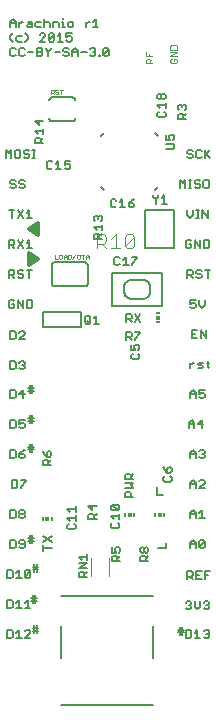
<source format=gto>
G75*
%MOIN*%
%OFA0B0*%
%FSLAX24Y24*%
%IPPOS*%
%LPD*%
%AMOC8*
5,1,8,0,0,1.08239X$1,22.5*
%
%ADD10C,0.0120*%
%ADD11C,0.0160*%
%ADD12C,0.0050*%
%ADD13R,0.0059X0.0118*%
%ADD14R,0.0118X0.0118*%
%ADD15R,0.0118X0.0059*%
%ADD16C,0.0040*%
%ADD17C,0.0080*%
%ADD18C,0.0020*%
%ADD19C,0.0010*%
%ADD20C,0.0060*%
D10*
X016550Y029950D02*
X016840Y030150D01*
X016550Y030350D01*
X016550Y029950D01*
X016850Y030950D02*
X016850Y031350D01*
X016550Y031150D01*
X016850Y030950D01*
D11*
X016730Y031110D02*
X016730Y031190D01*
X016670Y030190D02*
X016670Y030120D01*
D12*
X015960Y017525D02*
X015825Y017525D01*
X015825Y017795D01*
X015960Y017795D01*
X016005Y017750D01*
X016005Y017570D01*
X015960Y017525D01*
X016120Y017525D02*
X016300Y017525D01*
X016210Y017525D02*
X016210Y017795D01*
X016120Y017705D01*
X016414Y017750D02*
X016459Y017795D01*
X016549Y017795D01*
X016594Y017750D01*
X016594Y017705D01*
X016414Y017525D01*
X016594Y017525D01*
X016720Y017675D02*
X016720Y017945D01*
X016810Y017945D02*
X016810Y017675D01*
X016855Y017765D02*
X016675Y017765D01*
X016675Y017855D02*
X016810Y017855D01*
X016855Y017855D01*
X017615Y017927D02*
X017615Y016864D01*
X017615Y015289D02*
X020685Y015289D01*
X020685Y016864D02*
X020685Y017927D01*
X020685Y018911D02*
X017615Y018911D01*
X017890Y018911D02*
X018323Y018911D01*
X018385Y019550D02*
X018385Y019685D01*
X018340Y019730D01*
X018250Y019730D01*
X018205Y019685D01*
X018205Y019550D01*
X018475Y019550D01*
X018385Y019640D02*
X018475Y019730D01*
X018475Y019845D02*
X018205Y019845D01*
X018475Y020025D01*
X018205Y020025D01*
X018295Y020139D02*
X018205Y020229D01*
X018475Y020229D01*
X018475Y020139D02*
X018475Y020319D01*
X018050Y021141D02*
X018095Y021186D01*
X018095Y021276D01*
X018050Y021321D01*
X018095Y021436D02*
X018095Y021616D01*
X018095Y021526D02*
X017825Y021526D01*
X017915Y021436D01*
X017870Y021321D02*
X017825Y021276D01*
X017825Y021186D01*
X017870Y021141D01*
X018050Y021141D01*
X018525Y021486D02*
X018525Y021621D01*
X018570Y021666D01*
X018660Y021666D01*
X018705Y021621D01*
X018705Y021486D01*
X018705Y021576D02*
X018795Y021666D01*
X018660Y021780D02*
X018660Y021961D01*
X018795Y021915D02*
X018525Y021915D01*
X018660Y021780D01*
X018795Y021486D02*
X018525Y021486D01*
X018095Y021730D02*
X018095Y021911D01*
X018095Y021820D02*
X017825Y021820D01*
X017915Y021730D01*
X017295Y020911D02*
X017025Y020730D01*
X017025Y020616D02*
X017025Y020436D01*
X017025Y020526D02*
X017295Y020526D01*
X017295Y020730D02*
X017025Y020911D01*
X016705Y020855D02*
X016660Y020855D01*
X016525Y020855D01*
X016525Y020765D02*
X016705Y020765D01*
X016660Y020675D02*
X016660Y020945D01*
X016570Y020945D02*
X016570Y020675D01*
X016400Y020660D02*
X016265Y020660D01*
X016220Y020705D01*
X016220Y020750D01*
X016265Y020795D01*
X016355Y020795D01*
X016400Y020750D01*
X016400Y020570D01*
X016355Y020525D01*
X016265Y020525D01*
X016220Y020570D01*
X016105Y020570D02*
X016105Y020750D01*
X016060Y020795D01*
X015925Y020795D01*
X015925Y020525D01*
X016060Y020525D01*
X016105Y020570D01*
X016210Y019795D02*
X016210Y019525D01*
X016120Y019525D02*
X016300Y019525D01*
X016414Y019570D02*
X016459Y019525D01*
X016549Y019525D01*
X016594Y019570D01*
X016594Y019750D01*
X016414Y019570D01*
X016414Y019750D01*
X016459Y019795D01*
X016549Y019795D01*
X016594Y019750D01*
X016675Y019815D02*
X016855Y019815D01*
X016855Y019905D02*
X016810Y019905D01*
X016675Y019905D01*
X016720Y019995D02*
X016720Y019725D01*
X016810Y019725D02*
X016810Y019995D01*
X016210Y019795D02*
X016120Y019705D01*
X016005Y019750D02*
X015960Y019795D01*
X015825Y019795D01*
X015825Y019525D01*
X015960Y019525D01*
X016005Y019570D01*
X016005Y019750D01*
X015960Y018795D02*
X015825Y018795D01*
X015825Y018525D01*
X015960Y018525D01*
X016005Y018570D01*
X016005Y018750D01*
X015960Y018795D01*
X016120Y018705D02*
X016210Y018795D01*
X016210Y018525D01*
X016120Y018525D02*
X016300Y018525D01*
X016414Y018525D02*
X016594Y018525D01*
X016504Y018525D02*
X016504Y018795D01*
X016414Y018705D01*
X016625Y018765D02*
X016805Y018765D01*
X016805Y018855D02*
X016760Y018855D01*
X016625Y018855D01*
X016670Y018945D02*
X016670Y018675D01*
X016760Y018675D02*
X016760Y018945D01*
X016355Y021525D02*
X016265Y021525D01*
X016220Y021570D01*
X016220Y021615D01*
X016265Y021660D01*
X016355Y021660D01*
X016400Y021615D01*
X016400Y021570D01*
X016355Y021525D01*
X016355Y021660D02*
X016400Y021705D01*
X016400Y021750D01*
X016355Y021795D01*
X016265Y021795D01*
X016220Y021750D01*
X016220Y021705D01*
X016265Y021660D01*
X016105Y021570D02*
X016105Y021750D01*
X016060Y021795D01*
X015925Y021795D01*
X015925Y021525D01*
X016060Y021525D01*
X016105Y021570D01*
X016110Y022525D02*
X015975Y022525D01*
X015975Y022795D01*
X016110Y022795D01*
X016155Y022750D01*
X016155Y022570D01*
X016110Y022525D01*
X016270Y022525D02*
X016270Y022570D01*
X016450Y022750D01*
X016450Y022795D01*
X016270Y022795D01*
X016265Y023525D02*
X016355Y023525D01*
X016400Y023570D01*
X016400Y023615D01*
X016355Y023660D01*
X016220Y023660D01*
X016220Y023570D01*
X016265Y023525D01*
X016220Y023660D02*
X016310Y023750D01*
X016400Y023795D01*
X016525Y023815D02*
X016705Y023815D01*
X016705Y023905D02*
X016660Y023905D01*
X016525Y023905D01*
X016570Y023995D02*
X016570Y023725D01*
X016660Y023725D02*
X016660Y023995D01*
X017005Y023750D02*
X017050Y023660D01*
X017140Y023570D01*
X017140Y023705D01*
X017185Y023750D01*
X017230Y023750D01*
X017275Y023705D01*
X017275Y023615D01*
X017230Y023570D01*
X017140Y023570D01*
X017140Y023455D02*
X017185Y023410D01*
X017185Y023275D01*
X017275Y023275D02*
X017005Y023275D01*
X017005Y023410D01*
X017050Y023455D01*
X017140Y023455D01*
X017185Y023365D02*
X017275Y023455D01*
X016660Y024675D02*
X016660Y024945D01*
X016660Y024855D02*
X016705Y024855D01*
X016660Y024855D02*
X016525Y024855D01*
X016525Y024765D02*
X016705Y024765D01*
X016570Y024675D02*
X016570Y024945D01*
X016400Y024795D02*
X016220Y024795D01*
X016220Y024660D01*
X016310Y024705D01*
X016355Y024705D01*
X016400Y024660D01*
X016400Y024570D01*
X016355Y024525D01*
X016265Y024525D01*
X016220Y024570D01*
X016105Y024570D02*
X016105Y024750D01*
X016060Y024795D01*
X015925Y024795D01*
X015925Y024525D01*
X016060Y024525D01*
X016105Y024570D01*
X016060Y023795D02*
X015925Y023795D01*
X015925Y023525D01*
X016060Y023525D01*
X016105Y023570D01*
X016105Y023750D01*
X016060Y023795D01*
X016060Y025525D02*
X016105Y025570D01*
X016105Y025750D01*
X016060Y025795D01*
X015925Y025795D01*
X015925Y025525D01*
X016060Y025525D01*
X016220Y025660D02*
X016400Y025660D01*
X016355Y025525D02*
X016355Y025795D01*
X016220Y025660D01*
X016525Y025765D02*
X016705Y025765D01*
X016705Y025855D02*
X016660Y025855D01*
X016525Y025855D01*
X016570Y025945D02*
X016570Y025675D01*
X016660Y025675D02*
X016660Y025945D01*
X016355Y026475D02*
X016265Y026475D01*
X016220Y026520D01*
X016105Y026520D02*
X016105Y026700D01*
X016060Y026745D01*
X015925Y026745D01*
X015925Y026475D01*
X016060Y026475D01*
X016105Y026520D01*
X016220Y026700D02*
X016265Y026745D01*
X016355Y026745D01*
X016400Y026700D01*
X016400Y026655D01*
X016355Y026610D01*
X016400Y026565D01*
X016400Y026520D01*
X016355Y026475D01*
X016355Y026610D02*
X016310Y026610D01*
X016400Y027475D02*
X016220Y027475D01*
X016400Y027655D01*
X016400Y027700D01*
X016355Y027745D01*
X016265Y027745D01*
X016220Y027700D01*
X016105Y027700D02*
X016060Y027745D01*
X015925Y027745D01*
X015925Y027475D01*
X016060Y027475D01*
X016105Y027520D01*
X016105Y027700D01*
X016170Y028525D02*
X016170Y028795D01*
X016350Y028525D01*
X016350Y028795D01*
X016464Y028795D02*
X016599Y028795D01*
X016644Y028750D01*
X016644Y028570D01*
X016599Y028525D01*
X016464Y028525D01*
X016464Y028795D01*
X016055Y028750D02*
X016010Y028795D01*
X015920Y028795D01*
X015875Y028750D01*
X015875Y028570D01*
X015920Y028525D01*
X016010Y028525D01*
X016055Y028570D01*
X016055Y028660D01*
X015965Y028660D01*
X015875Y029525D02*
X015875Y029795D01*
X016010Y029795D01*
X016055Y029750D01*
X016055Y029660D01*
X016010Y029615D01*
X015875Y029615D01*
X015965Y029615D02*
X016055Y029525D01*
X016170Y029570D02*
X016215Y029525D01*
X016305Y029525D01*
X016350Y029570D01*
X016350Y029615D01*
X016305Y029660D01*
X016215Y029660D01*
X016170Y029705D01*
X016170Y029750D01*
X016215Y029795D01*
X016305Y029795D01*
X016350Y029750D01*
X016464Y029795D02*
X016644Y029795D01*
X016554Y029795D02*
X016554Y029525D01*
X016554Y030525D02*
X016554Y030795D01*
X016464Y030705D01*
X016350Y030795D02*
X016170Y030525D01*
X016055Y030525D02*
X015965Y030615D01*
X016010Y030615D02*
X015875Y030615D01*
X015875Y030525D02*
X015875Y030795D01*
X016010Y030795D01*
X016055Y030750D01*
X016055Y030660D01*
X016010Y030615D01*
X016170Y030795D02*
X016350Y030525D01*
X016464Y030525D02*
X016644Y030525D01*
X016644Y031525D02*
X016464Y031525D01*
X016554Y031525D02*
X016554Y031795D01*
X016464Y031705D01*
X016350Y031795D02*
X016170Y031525D01*
X016350Y031525D02*
X016170Y031795D01*
X016055Y031795D02*
X015875Y031795D01*
X015965Y031795D02*
X015965Y031525D01*
X015970Y032525D02*
X015925Y032570D01*
X015970Y032525D02*
X016060Y032525D01*
X016105Y032570D01*
X016105Y032615D01*
X016060Y032660D01*
X015970Y032660D01*
X015925Y032705D01*
X015925Y032750D01*
X015970Y032795D01*
X016060Y032795D01*
X016105Y032750D01*
X016220Y032750D02*
X016220Y032705D01*
X016265Y032660D01*
X016355Y032660D01*
X016400Y032615D01*
X016400Y032570D01*
X016355Y032525D01*
X016265Y032525D01*
X016220Y032570D01*
X016220Y032750D02*
X016265Y032795D01*
X016355Y032795D01*
X016400Y032750D01*
X016409Y033525D02*
X016364Y033570D01*
X016409Y033525D02*
X016499Y033525D01*
X016544Y033570D01*
X016544Y033615D01*
X016499Y033660D01*
X016409Y033660D01*
X016364Y033705D01*
X016364Y033750D01*
X016409Y033795D01*
X016499Y033795D01*
X016544Y033750D01*
X016659Y033795D02*
X016749Y033795D01*
X016704Y033795D02*
X016704Y033525D01*
X016659Y033525D02*
X016749Y033525D01*
X017141Y033380D02*
X017141Y033200D01*
X017186Y033155D01*
X017276Y033155D01*
X017321Y033200D01*
X017436Y033155D02*
X017616Y033155D01*
X017526Y033155D02*
X017526Y033425D01*
X017436Y033335D01*
X017321Y033380D02*
X017276Y033425D01*
X017186Y033425D01*
X017141Y033380D01*
X017025Y034025D02*
X016755Y034025D01*
X016755Y034160D01*
X016800Y034205D01*
X016890Y034205D01*
X016935Y034160D01*
X016935Y034025D01*
X016935Y034115D02*
X017025Y034205D01*
X017025Y034320D02*
X017025Y034500D01*
X017025Y034410D02*
X016755Y034410D01*
X016845Y034320D01*
X016890Y034614D02*
X016755Y034749D01*
X017025Y034749D01*
X016890Y034794D02*
X016890Y034614D01*
X016205Y033795D02*
X016250Y033750D01*
X016250Y033570D01*
X016205Y033525D01*
X016115Y033525D01*
X016070Y033570D01*
X016070Y033750D01*
X016115Y033795D01*
X016205Y033795D01*
X015955Y033795D02*
X015955Y033525D01*
X015775Y033525D02*
X015775Y033795D01*
X015865Y033705D01*
X015955Y033795D01*
X017730Y033425D02*
X017730Y033290D01*
X017820Y033335D01*
X017865Y033335D01*
X017911Y033290D01*
X017911Y033200D01*
X017865Y033155D01*
X017775Y033155D01*
X017730Y033200D01*
X017730Y033425D02*
X017911Y033425D01*
X018750Y031594D02*
X018795Y031594D01*
X018840Y031549D01*
X018885Y031594D01*
X018930Y031594D01*
X018975Y031549D01*
X018975Y031459D01*
X018930Y031414D01*
X018975Y031300D02*
X018975Y031120D01*
X018975Y031210D02*
X018705Y031210D01*
X018795Y031120D01*
X018840Y031005D02*
X018885Y030960D01*
X018885Y030825D01*
X018975Y030825D02*
X018705Y030825D01*
X018705Y030960D01*
X018750Y031005D01*
X018840Y031005D01*
X018885Y030915D02*
X018975Y031005D01*
X018750Y031414D02*
X018705Y031459D01*
X018705Y031549D01*
X018750Y031594D01*
X018840Y031549D02*
X018840Y031504D01*
X019275Y031920D02*
X019275Y032100D01*
X019320Y032145D01*
X019410Y032145D01*
X019455Y032100D01*
X019570Y032055D02*
X019660Y032145D01*
X019660Y031875D01*
X019570Y031875D02*
X019750Y031875D01*
X019864Y031920D02*
X019909Y031875D01*
X019999Y031875D01*
X020044Y031920D01*
X020044Y031965D01*
X019999Y032010D01*
X019864Y032010D01*
X019864Y031920D01*
X019864Y032010D02*
X019954Y032100D01*
X020044Y032145D01*
X020408Y031780D02*
X020408Y030520D01*
X021392Y030520D01*
X021392Y031780D01*
X020408Y031780D01*
X020765Y032005D02*
X020765Y032140D01*
X020856Y032230D01*
X020856Y032275D01*
X020970Y032185D02*
X021060Y032275D01*
X021060Y032005D01*
X020970Y032005D02*
X021150Y032005D01*
X020765Y032140D02*
X020675Y032230D01*
X020675Y032275D01*
X021575Y032525D02*
X021575Y032795D01*
X021665Y032705D01*
X021755Y032795D01*
X021755Y032525D01*
X021870Y032525D02*
X021960Y032525D01*
X021915Y032525D02*
X021915Y032795D01*
X021870Y032795D02*
X021960Y032795D01*
X022066Y032750D02*
X022066Y032705D01*
X022111Y032660D01*
X022201Y032660D01*
X022246Y032615D01*
X022246Y032570D01*
X022201Y032525D01*
X022111Y032525D01*
X022066Y032570D01*
X022066Y032750D02*
X022111Y032795D01*
X022201Y032795D01*
X022246Y032750D01*
X022361Y032750D02*
X022361Y032570D01*
X022406Y032525D01*
X022496Y032525D01*
X022541Y032570D01*
X022541Y032750D01*
X022496Y032795D01*
X022406Y032795D01*
X022361Y032750D01*
X022414Y033525D02*
X022414Y033795D01*
X022300Y033750D02*
X022255Y033795D01*
X022165Y033795D01*
X022120Y033750D01*
X022120Y033570D01*
X022165Y033525D01*
X022255Y033525D01*
X022300Y033570D01*
X022414Y033615D02*
X022594Y033795D01*
X022459Y033660D02*
X022594Y033525D01*
X022005Y033570D02*
X021960Y033525D01*
X021870Y033525D01*
X021825Y033570D01*
X021870Y033660D02*
X021825Y033705D01*
X021825Y033750D01*
X021870Y033795D01*
X021960Y033795D01*
X022005Y033750D01*
X021960Y033660D02*
X022005Y033615D01*
X022005Y033570D01*
X021960Y033660D02*
X021870Y033660D01*
X021376Y033865D02*
X021376Y033955D01*
X021331Y034000D01*
X021106Y034000D01*
X021106Y034115D02*
X021241Y034115D01*
X021196Y034205D01*
X021196Y034250D01*
X021241Y034295D01*
X021331Y034295D01*
X021376Y034250D01*
X021376Y034160D01*
X021331Y034115D01*
X021106Y034115D02*
X021106Y034295D01*
X021106Y033820D02*
X021331Y033820D01*
X021376Y033865D01*
X021505Y034825D02*
X021505Y034960D01*
X021550Y035005D01*
X021640Y035005D01*
X021685Y034960D01*
X021685Y034825D01*
X021775Y034825D02*
X021505Y034825D01*
X021685Y034915D02*
X021775Y035005D01*
X021730Y035120D02*
X021775Y035165D01*
X021775Y035255D01*
X021730Y035300D01*
X021685Y035300D01*
X021640Y035255D01*
X021640Y035210D01*
X021640Y035255D02*
X021595Y035300D01*
X021550Y035300D01*
X021505Y035255D01*
X021505Y035165D01*
X021550Y035120D01*
X021095Y035186D02*
X021095Y035366D01*
X021095Y035276D02*
X020825Y035276D01*
X020915Y035186D01*
X020870Y035071D02*
X020825Y035026D01*
X020825Y034936D01*
X020870Y034891D01*
X021050Y034891D01*
X021095Y034936D01*
X021095Y035026D01*
X021050Y035071D01*
X021050Y035480D02*
X021005Y035480D01*
X020960Y035525D01*
X020960Y035615D01*
X021005Y035661D01*
X021050Y035661D01*
X021095Y035615D01*
X021095Y035525D01*
X021050Y035480D01*
X020960Y035525D02*
X020915Y035480D01*
X020870Y035480D01*
X020825Y035525D01*
X020825Y035615D01*
X020870Y035661D01*
X020915Y035661D01*
X020960Y035615D01*
X019199Y036970D02*
X019154Y036925D01*
X019064Y036925D01*
X019019Y036970D01*
X019199Y037150D01*
X019199Y036970D01*
X019019Y036970D02*
X019019Y037150D01*
X019064Y037195D01*
X019154Y037195D01*
X019199Y037150D01*
X018917Y036970D02*
X018917Y036925D01*
X018872Y036925D01*
X018872Y036970D01*
X018917Y036970D01*
X018757Y036970D02*
X018712Y036925D01*
X018622Y036925D01*
X018577Y036970D01*
X018667Y037060D02*
X018712Y037060D01*
X018757Y037015D01*
X018757Y036970D01*
X018712Y037060D02*
X018757Y037105D01*
X018757Y037150D01*
X018712Y037195D01*
X018622Y037195D01*
X018577Y037150D01*
X018462Y037060D02*
X018282Y037060D01*
X018168Y037060D02*
X017988Y037060D01*
X017988Y037105D02*
X018078Y037195D01*
X018168Y037105D01*
X018168Y036925D01*
X017988Y036925D02*
X017988Y037105D01*
X017873Y037150D02*
X017828Y037195D01*
X017738Y037195D01*
X017693Y037150D01*
X017693Y037105D01*
X017738Y037060D01*
X017828Y037060D01*
X017873Y037015D01*
X017873Y036970D01*
X017828Y036925D01*
X017738Y036925D01*
X017693Y036970D01*
X017578Y037060D02*
X017398Y037060D01*
X017284Y037150D02*
X017284Y037195D01*
X017284Y037150D02*
X017194Y037060D01*
X017194Y036925D01*
X017194Y037060D02*
X017104Y037150D01*
X017104Y037195D01*
X016989Y037150D02*
X016989Y037105D01*
X016944Y037060D01*
X016809Y037060D01*
X016694Y037060D02*
X016514Y037060D01*
X016400Y036970D02*
X016355Y036925D01*
X016265Y036925D01*
X016220Y036970D01*
X016220Y037150D01*
X016265Y037195D01*
X016355Y037195D01*
X016400Y037150D01*
X016416Y037405D02*
X016506Y037495D01*
X016506Y037585D01*
X016416Y037675D01*
X016302Y037585D02*
X016166Y037585D01*
X016121Y037540D01*
X016121Y037450D01*
X016166Y037405D01*
X016302Y037405D01*
X016015Y037405D02*
X015925Y037495D01*
X015925Y037585D01*
X016015Y037675D01*
X015925Y037885D02*
X015925Y038065D01*
X016015Y038155D01*
X016105Y038065D01*
X016105Y037885D01*
X016220Y037885D02*
X016220Y038065D01*
X016310Y038065D02*
X016355Y038065D01*
X016310Y038065D02*
X016220Y037975D01*
X016105Y038020D02*
X015925Y038020D01*
X016465Y037930D02*
X016510Y037975D01*
X016645Y037975D01*
X016645Y038020D02*
X016645Y037885D01*
X016510Y037885D01*
X016465Y037930D01*
X016510Y038065D02*
X016600Y038065D01*
X016645Y038020D01*
X016760Y038020D02*
X016760Y037930D01*
X016805Y037885D01*
X016940Y037885D01*
X017054Y037885D02*
X017054Y038155D01*
X017100Y038065D02*
X017190Y038065D01*
X017235Y038020D01*
X017235Y037885D01*
X017349Y037885D02*
X017349Y038065D01*
X017484Y038065D01*
X017529Y038020D01*
X017529Y037885D01*
X017644Y037885D02*
X017734Y037885D01*
X017689Y037885D02*
X017689Y038065D01*
X017644Y038065D01*
X017689Y038155D02*
X017689Y038200D01*
X017840Y038020D02*
X017840Y037930D01*
X017885Y037885D01*
X017975Y037885D01*
X018020Y037930D01*
X018020Y038020D01*
X017975Y038065D01*
X017885Y038065D01*
X017840Y038020D01*
X017791Y037675D02*
X017791Y037540D01*
X017881Y037585D01*
X017926Y037585D01*
X017971Y037540D01*
X017971Y037450D01*
X017926Y037405D01*
X017836Y037405D01*
X017791Y037450D01*
X017677Y037405D02*
X017496Y037405D01*
X017587Y037405D02*
X017587Y037675D01*
X017496Y037585D01*
X017382Y037630D02*
X017202Y037450D01*
X017247Y037405D01*
X017337Y037405D01*
X017382Y037450D01*
X017382Y037630D01*
X017337Y037675D01*
X017247Y037675D01*
X017202Y037630D01*
X017202Y037450D01*
X017087Y037405D02*
X016907Y037405D01*
X017087Y037585D01*
X017087Y037630D01*
X017042Y037675D01*
X016952Y037675D01*
X016907Y037630D01*
X016760Y038020D02*
X016805Y038065D01*
X016940Y038065D01*
X017054Y038020D02*
X017100Y038065D01*
X017791Y037675D02*
X017971Y037675D01*
X018430Y037885D02*
X018430Y038065D01*
X018520Y038065D02*
X018565Y038065D01*
X018520Y038065D02*
X018430Y037975D01*
X018675Y037885D02*
X018855Y037885D01*
X018765Y037885D02*
X018765Y038155D01*
X018675Y038065D01*
X016989Y037150D02*
X016944Y037195D01*
X016809Y037195D01*
X016809Y036925D01*
X016944Y036925D01*
X016989Y036970D01*
X016989Y037015D01*
X016944Y037060D01*
X016105Y036970D02*
X016060Y036925D01*
X015970Y036925D01*
X015925Y036970D01*
X015925Y037150D01*
X015970Y037195D01*
X016060Y037195D01*
X016105Y037150D01*
X019275Y031920D02*
X019320Y031875D01*
X019410Y031875D01*
X019455Y031920D01*
X019436Y030225D02*
X019391Y030180D01*
X019391Y030000D01*
X019436Y029955D01*
X019526Y029955D01*
X019571Y030000D01*
X019686Y029955D02*
X019866Y029955D01*
X019776Y029955D02*
X019776Y030225D01*
X019686Y030135D01*
X019571Y030180D02*
X019526Y030225D01*
X019436Y030225D01*
X019323Y029701D02*
X019323Y028599D01*
X020977Y028599D01*
X020977Y029701D01*
X019323Y029701D01*
X019717Y029229D02*
X019717Y029071D01*
X019719Y029043D01*
X019724Y029015D01*
X019732Y028987D01*
X019744Y028961D01*
X019759Y028937D01*
X019776Y028915D01*
X019797Y028894D01*
X019819Y028877D01*
X019843Y028862D01*
X019869Y028850D01*
X019897Y028842D01*
X019925Y028837D01*
X019953Y028835D01*
X020347Y028835D01*
X020375Y028837D01*
X020403Y028842D01*
X020431Y028850D01*
X020457Y028862D01*
X020481Y028877D01*
X020503Y028894D01*
X020524Y028915D01*
X020541Y028937D01*
X020556Y028961D01*
X020568Y028987D01*
X020576Y029015D01*
X020581Y029043D01*
X020583Y029071D01*
X020583Y029229D01*
X020581Y029257D01*
X020576Y029285D01*
X020568Y029313D01*
X020556Y029339D01*
X020541Y029363D01*
X020524Y029385D01*
X020503Y029406D01*
X020481Y029423D01*
X020457Y029438D01*
X020431Y029450D01*
X020403Y029458D01*
X020375Y029463D01*
X020347Y029465D01*
X019953Y029465D01*
X019925Y029463D01*
X019897Y029458D01*
X019869Y029450D01*
X019843Y029438D01*
X019819Y029423D01*
X019797Y029406D01*
X019776Y029385D01*
X019759Y029363D01*
X019744Y029339D01*
X019732Y029313D01*
X019724Y029285D01*
X019719Y029257D01*
X019717Y029229D01*
X019786Y028325D02*
X019921Y028325D01*
X019966Y028280D01*
X019966Y028190D01*
X019921Y028145D01*
X019786Y028145D01*
X019876Y028145D02*
X019966Y028055D01*
X020080Y028055D02*
X020261Y028325D01*
X020080Y028325D02*
X020261Y028055D01*
X020261Y027725D02*
X020261Y027680D01*
X020080Y027500D01*
X020080Y027455D01*
X019966Y027455D02*
X019876Y027545D01*
X019921Y027545D02*
X019786Y027545D01*
X019786Y027455D02*
X019786Y027725D01*
X019921Y027725D01*
X019966Y027680D01*
X019966Y027590D01*
X019921Y027545D01*
X020080Y027725D02*
X020261Y027725D01*
X020180Y027300D02*
X020225Y027255D01*
X020225Y027165D01*
X020180Y027120D01*
X020090Y027120D02*
X020045Y027210D01*
X020045Y027255D01*
X020090Y027300D01*
X020180Y027300D01*
X020090Y027120D02*
X019955Y027120D01*
X019955Y027300D01*
X020000Y027005D02*
X019955Y026960D01*
X019955Y026870D01*
X020000Y026825D01*
X020180Y026825D01*
X020225Y026870D01*
X020225Y026960D01*
X020180Y027005D01*
X019786Y028055D02*
X019786Y028325D01*
X018877Y027997D02*
X018697Y027997D01*
X018787Y027997D02*
X018787Y028268D01*
X018697Y028178D01*
X018583Y028223D02*
X018583Y028042D01*
X018538Y027997D01*
X018448Y027997D01*
X018403Y028042D01*
X018403Y028223D01*
X018448Y028268D01*
X018538Y028268D01*
X018583Y028223D01*
X018493Y028088D02*
X018583Y027997D01*
X018280Y027894D02*
X018280Y028406D01*
X017020Y028406D01*
X017020Y027894D01*
X018280Y027894D01*
X019980Y029955D02*
X019980Y030000D01*
X020161Y030180D01*
X020161Y030225D01*
X019980Y030225D01*
X021775Y030570D02*
X021820Y030525D01*
X021910Y030525D01*
X021955Y030570D01*
X021955Y030660D01*
X021865Y030660D01*
X021775Y030750D02*
X021775Y030570D01*
X021775Y030750D02*
X021820Y030795D01*
X021910Y030795D01*
X021955Y030750D01*
X022070Y030795D02*
X022250Y030525D01*
X022250Y030795D01*
X022364Y030795D02*
X022499Y030795D01*
X022544Y030750D01*
X022544Y030570D01*
X022499Y030525D01*
X022364Y030525D01*
X022364Y030795D01*
X022070Y030795D02*
X022070Y030525D01*
X022165Y029795D02*
X022120Y029750D01*
X022120Y029705D01*
X022165Y029660D01*
X022255Y029660D01*
X022300Y029615D01*
X022300Y029570D01*
X022255Y029525D01*
X022165Y029525D01*
X022120Y029570D01*
X022005Y029525D02*
X021915Y029615D01*
X021960Y029615D02*
X021825Y029615D01*
X021825Y029525D02*
X021825Y029795D01*
X021960Y029795D01*
X022005Y029750D01*
X022005Y029660D01*
X021960Y029615D01*
X022165Y029795D02*
X022255Y029795D01*
X022300Y029750D01*
X022414Y029795D02*
X022594Y029795D01*
X022504Y029795D02*
X022504Y029525D01*
X022400Y028795D02*
X022400Y028615D01*
X022310Y028525D01*
X022220Y028615D01*
X022220Y028795D01*
X022105Y028795D02*
X021925Y028795D01*
X021925Y028660D01*
X022015Y028705D01*
X022060Y028705D01*
X022105Y028660D01*
X022105Y028570D01*
X022060Y028525D01*
X021970Y028525D01*
X021925Y028570D01*
X021975Y027795D02*
X021975Y027525D01*
X022155Y027525D01*
X022270Y027525D02*
X022270Y027795D01*
X022450Y027525D01*
X022450Y027795D01*
X022155Y027795D02*
X021975Y027795D01*
X021975Y027660D02*
X022065Y027660D01*
X022060Y026705D02*
X022015Y026705D01*
X021925Y026615D01*
X021925Y026525D02*
X021925Y026705D01*
X022171Y026660D02*
X022216Y026705D01*
X022351Y026705D01*
X022306Y026615D02*
X022216Y026615D01*
X022171Y026660D01*
X022171Y026525D02*
X022306Y026525D01*
X022351Y026570D01*
X022306Y026615D01*
X022465Y026705D02*
X022555Y026705D01*
X022510Y026750D02*
X022510Y026570D01*
X022555Y026525D01*
X022400Y025795D02*
X022220Y025795D01*
X022220Y025660D01*
X022310Y025705D01*
X022355Y025705D01*
X022400Y025660D01*
X022400Y025570D01*
X022355Y025525D01*
X022265Y025525D01*
X022220Y025570D01*
X022105Y025525D02*
X022105Y025705D01*
X022015Y025795D01*
X021925Y025705D01*
X021925Y025525D01*
X021925Y025660D02*
X022105Y025660D01*
X021965Y024795D02*
X022055Y024705D01*
X022055Y024525D01*
X022055Y024660D02*
X021875Y024660D01*
X021875Y024705D02*
X021965Y024795D01*
X021875Y024705D02*
X021875Y024525D01*
X022170Y024660D02*
X022350Y024660D01*
X022305Y024525D02*
X022305Y024795D01*
X022170Y024660D01*
X022265Y023795D02*
X022355Y023795D01*
X022400Y023750D01*
X022400Y023705D01*
X022355Y023660D01*
X022400Y023615D01*
X022400Y023570D01*
X022355Y023525D01*
X022265Y023525D01*
X022220Y023570D01*
X022105Y023525D02*
X022105Y023705D01*
X022015Y023795D01*
X021925Y023705D01*
X021925Y023525D01*
X021925Y023660D02*
X022105Y023660D01*
X022220Y023750D02*
X022265Y023795D01*
X022310Y023660D02*
X022355Y023660D01*
X022355Y022795D02*
X022265Y022795D01*
X022220Y022750D01*
X022105Y022705D02*
X022105Y022525D01*
X022220Y022525D02*
X022400Y022705D01*
X022400Y022750D01*
X022355Y022795D01*
X022105Y022705D02*
X022015Y022795D01*
X021925Y022705D01*
X021925Y022525D01*
X021925Y022660D02*
X022105Y022660D01*
X022220Y022525D02*
X022400Y022525D01*
X022310Y021795D02*
X022310Y021525D01*
X022220Y021525D02*
X022400Y021525D01*
X022220Y021705D02*
X022310Y021795D01*
X022105Y021705D02*
X022105Y021525D01*
X022105Y021660D02*
X021925Y021660D01*
X021925Y021705D02*
X022015Y021795D01*
X022105Y021705D01*
X021925Y021705D02*
X021925Y021525D01*
X022015Y020795D02*
X022105Y020705D01*
X022105Y020525D01*
X022220Y020570D02*
X022400Y020750D01*
X022400Y020570D01*
X022355Y020525D01*
X022265Y020525D01*
X022220Y020570D01*
X022220Y020750D01*
X022265Y020795D01*
X022355Y020795D01*
X022400Y020750D01*
X022105Y020660D02*
X021925Y020660D01*
X021925Y020705D02*
X022015Y020795D01*
X021925Y020705D02*
X021925Y020525D01*
X021960Y019745D02*
X021825Y019745D01*
X021825Y019475D01*
X021825Y019565D02*
X021960Y019565D01*
X022005Y019610D01*
X022005Y019700D01*
X021960Y019745D01*
X022120Y019745D02*
X022120Y019475D01*
X022300Y019475D01*
X022414Y019475D02*
X022414Y019745D01*
X022594Y019745D01*
X022504Y019610D02*
X022414Y019610D01*
X022300Y019745D02*
X022120Y019745D01*
X022120Y019610D02*
X022210Y019610D01*
X022005Y019475D02*
X021915Y019565D01*
X021910Y018745D02*
X021820Y018745D01*
X021775Y018700D01*
X021865Y018610D02*
X021910Y018610D01*
X021955Y018565D01*
X021955Y018520D01*
X021910Y018475D01*
X021820Y018475D01*
X021775Y018520D01*
X021910Y018610D02*
X021955Y018655D01*
X021955Y018700D01*
X021910Y018745D01*
X022070Y018745D02*
X022070Y018565D01*
X022160Y018475D01*
X022250Y018565D01*
X022250Y018745D01*
X022364Y018700D02*
X022409Y018745D01*
X022499Y018745D01*
X022544Y018700D01*
X022544Y018655D01*
X022499Y018610D01*
X022544Y018565D01*
X022544Y018520D01*
X022499Y018475D01*
X022409Y018475D01*
X022364Y018520D01*
X022454Y018610D02*
X022499Y018610D01*
X022499Y017795D02*
X022544Y017750D01*
X022544Y017705D01*
X022499Y017660D01*
X022544Y017615D01*
X022544Y017570D01*
X022499Y017525D01*
X022409Y017525D01*
X022364Y017570D01*
X022250Y017525D02*
X022070Y017525D01*
X022160Y017525D02*
X022160Y017795D01*
X022070Y017705D01*
X021955Y017750D02*
X021910Y017795D01*
X021775Y017795D01*
X021775Y017525D01*
X021910Y017525D01*
X021955Y017570D01*
X021955Y017750D01*
X021705Y017715D02*
X021525Y017715D01*
X021525Y017805D02*
X021660Y017805D01*
X021705Y017805D01*
X021660Y017895D02*
X021660Y017625D01*
X021570Y017625D02*
X021570Y017895D01*
X022364Y017750D02*
X022409Y017795D01*
X022499Y017795D01*
X022499Y017660D02*
X022454Y017660D01*
X020410Y018911D02*
X019977Y018911D01*
X020255Y020075D02*
X020255Y020210D01*
X020300Y020255D01*
X020390Y020255D01*
X020435Y020210D01*
X020435Y020075D01*
X020525Y020075D02*
X020255Y020075D01*
X020435Y020165D02*
X020525Y020255D01*
X020480Y020370D02*
X020435Y020370D01*
X020390Y020415D01*
X020390Y020505D01*
X020435Y020550D01*
X020480Y020550D01*
X020525Y020505D01*
X020525Y020415D01*
X020480Y020370D01*
X020390Y020415D02*
X020345Y020370D01*
X020300Y020370D01*
X020255Y020415D01*
X020255Y020505D01*
X020300Y020550D01*
X020345Y020550D01*
X020390Y020505D01*
X020855Y020525D02*
X021125Y020525D01*
X021125Y020705D01*
X021005Y022275D02*
X020825Y022275D01*
X020825Y022545D01*
X021025Y022781D02*
X021070Y022736D01*
X021250Y022736D01*
X021295Y022781D01*
X021295Y022871D01*
X021250Y022916D01*
X021250Y023030D02*
X021295Y023075D01*
X021295Y023165D01*
X021250Y023211D01*
X021205Y023211D01*
X021160Y023165D01*
X021160Y023030D01*
X021250Y023030D01*
X021160Y023030D02*
X021070Y023120D01*
X021025Y023211D01*
X021070Y022916D02*
X021025Y022871D01*
X021025Y022781D01*
X020025Y022814D02*
X019755Y022814D01*
X019755Y022949D01*
X019800Y022994D01*
X019890Y022994D01*
X019935Y022949D01*
X019935Y022814D01*
X019935Y022904D02*
X020025Y022994D01*
X020025Y022700D02*
X019755Y022700D01*
X019755Y022520D02*
X020025Y022520D01*
X019935Y022610D01*
X020025Y022700D01*
X019890Y022405D02*
X019935Y022360D01*
X019935Y022225D01*
X020025Y022225D02*
X019755Y022225D01*
X019755Y022360D01*
X019800Y022405D01*
X019890Y022405D01*
X019500Y021961D02*
X019545Y021915D01*
X019545Y021825D01*
X019500Y021780D01*
X019320Y021961D01*
X019500Y021961D01*
X019320Y021961D02*
X019275Y021915D01*
X019275Y021825D01*
X019320Y021780D01*
X019500Y021780D01*
X019545Y021666D02*
X019545Y021486D01*
X019545Y021576D02*
X019275Y021576D01*
X019365Y021486D01*
X019320Y021371D02*
X019275Y021326D01*
X019275Y021236D01*
X019320Y021191D01*
X019500Y021191D01*
X019545Y021236D01*
X019545Y021326D01*
X019500Y021371D01*
X019530Y020550D02*
X019575Y020505D01*
X019575Y020415D01*
X019530Y020370D01*
X019440Y020370D02*
X019395Y020460D01*
X019395Y020505D01*
X019440Y020550D01*
X019530Y020550D01*
X019440Y020370D02*
X019305Y020370D01*
X019305Y020550D01*
X019350Y020255D02*
X019440Y020255D01*
X019485Y020210D01*
X019485Y020075D01*
X019575Y020075D02*
X019305Y020075D01*
X019305Y020210D01*
X019350Y020255D01*
X019485Y020165D02*
X019575Y020255D01*
X021915Y031525D02*
X021825Y031615D01*
X021825Y031795D01*
X022005Y031795D02*
X022005Y031615D01*
X021915Y031525D01*
X022120Y031525D02*
X022210Y031525D01*
X022165Y031525D02*
X022165Y031795D01*
X022120Y031795D02*
X022210Y031795D01*
X022316Y031795D02*
X022496Y031525D01*
X022496Y031795D01*
X022316Y031795D02*
X022316Y031525D01*
D13*
X021048Y021609D03*
X020752Y021609D03*
X020048Y021609D03*
X019752Y021609D03*
X017298Y021491D03*
X017002Y021491D03*
D14*
X017150Y021491D03*
X019900Y021609D03*
X020900Y021609D03*
X020841Y028200D03*
D15*
X020841Y028052D03*
X020841Y028348D03*
D16*
X019971Y030520D02*
X019818Y030520D01*
X019741Y030597D01*
X020048Y030904D01*
X020048Y030597D01*
X019971Y030520D01*
X019741Y030597D02*
X019741Y030904D01*
X019818Y030980D01*
X019971Y030980D01*
X020048Y030904D01*
X019587Y030520D02*
X019280Y030520D01*
X019127Y030520D02*
X018973Y030673D01*
X019050Y030673D02*
X018820Y030673D01*
X018820Y030520D02*
X018820Y030980D01*
X019050Y030980D01*
X019127Y030904D01*
X019127Y030750D01*
X019050Y030673D01*
X019280Y030827D02*
X019434Y030980D01*
X019434Y030520D01*
X019195Y020195D02*
X019195Y019605D01*
X018605Y019605D02*
X018605Y020195D01*
D17*
X019054Y032455D02*
X018955Y032554D01*
X018955Y034246D02*
X019054Y034345D01*
X017975Y034750D02*
X017325Y034750D01*
X017308Y034752D01*
X017291Y034756D01*
X017275Y034763D01*
X017261Y034773D01*
X017248Y034786D01*
X017238Y034800D01*
X017231Y034816D01*
X017227Y034833D01*
X017225Y034850D01*
X017225Y035450D02*
X017227Y035467D01*
X017231Y035484D01*
X017238Y035500D01*
X017248Y035514D01*
X017261Y035527D01*
X017275Y035537D01*
X017291Y035544D01*
X017308Y035548D01*
X017325Y035550D01*
X017975Y035550D01*
X017992Y035548D01*
X018009Y035544D01*
X018025Y035537D01*
X018039Y035527D01*
X018052Y035514D01*
X018062Y035500D01*
X018069Y035484D01*
X018073Y035467D01*
X018075Y035450D01*
X018075Y034850D02*
X018073Y034833D01*
X018069Y034816D01*
X018062Y034800D01*
X018052Y034786D01*
X018039Y034773D01*
X018025Y034763D01*
X018009Y034756D01*
X017992Y034752D01*
X017975Y034750D01*
X020746Y034345D02*
X020845Y034246D01*
X020845Y032554D02*
X020746Y032455D01*
D18*
X020654Y036691D02*
X020434Y036691D01*
X020434Y036802D01*
X020471Y036838D01*
X020544Y036838D01*
X020581Y036802D01*
X020581Y036691D01*
X020581Y036765D02*
X020654Y036838D01*
X020654Y036912D02*
X020434Y036912D01*
X020434Y037059D01*
X020544Y036986D02*
X020544Y036912D01*
X021261Y036912D02*
X021481Y037059D01*
X021261Y037059D01*
X021261Y037133D02*
X021261Y037244D01*
X021297Y037280D01*
X021444Y037280D01*
X021481Y037244D01*
X021481Y037133D01*
X021261Y037133D01*
X021261Y036912D02*
X021481Y036912D01*
X021444Y036838D02*
X021481Y036802D01*
X021481Y036728D01*
X021444Y036691D01*
X021297Y036691D01*
X021261Y036728D01*
X021261Y036802D01*
X021297Y036838D01*
X021371Y036838D02*
X021371Y036765D01*
X021371Y036838D02*
X021444Y036838D01*
D19*
X017675Y035805D02*
X017575Y035805D01*
X017625Y035805D02*
X017625Y035655D01*
X017527Y035680D02*
X017502Y035655D01*
X017452Y035655D01*
X017427Y035680D01*
X017380Y035655D02*
X017330Y035705D01*
X017355Y035705D02*
X017280Y035705D01*
X017280Y035655D02*
X017280Y035805D01*
X017355Y035805D01*
X017380Y035780D01*
X017380Y035730D01*
X017355Y035705D01*
X017427Y035755D02*
X017452Y035730D01*
X017502Y035730D01*
X017527Y035705D01*
X017527Y035680D01*
X017527Y035780D02*
X017502Y035805D01*
X017452Y035805D01*
X017427Y035780D01*
X017427Y035755D01*
X017405Y030305D02*
X017405Y030155D01*
X017505Y030155D01*
X017552Y030180D02*
X017577Y030155D01*
X017627Y030155D01*
X017652Y030180D01*
X017652Y030280D01*
X017627Y030305D01*
X017577Y030305D01*
X017552Y030280D01*
X017552Y030180D01*
X017700Y030155D02*
X017700Y030255D01*
X017750Y030305D01*
X017800Y030255D01*
X017800Y030155D01*
X017847Y030155D02*
X017922Y030155D01*
X017947Y030180D01*
X017947Y030280D01*
X017922Y030305D01*
X017847Y030305D01*
X017847Y030155D01*
X017800Y030230D02*
X017700Y030230D01*
X017994Y030155D02*
X018094Y030305D01*
X018142Y030280D02*
X018142Y030180D01*
X018167Y030155D01*
X018217Y030155D01*
X018242Y030180D01*
X018242Y030280D01*
X018217Y030305D01*
X018167Y030305D01*
X018142Y030280D01*
X018289Y030305D02*
X018389Y030305D01*
X018339Y030305D02*
X018339Y030155D01*
X018436Y030155D02*
X018436Y030255D01*
X018486Y030305D01*
X018536Y030255D01*
X018536Y030155D01*
X018536Y030230D02*
X018436Y030230D01*
D20*
X018400Y030050D02*
X017400Y030050D01*
X017383Y030048D01*
X017366Y030044D01*
X017350Y030037D01*
X017336Y030027D01*
X017323Y030014D01*
X017313Y030000D01*
X017306Y029984D01*
X017302Y029967D01*
X017300Y029950D01*
X017300Y029350D01*
X017302Y029333D01*
X017306Y029316D01*
X017313Y029300D01*
X017323Y029286D01*
X017336Y029273D01*
X017350Y029263D01*
X017366Y029256D01*
X017383Y029252D01*
X017400Y029250D01*
X018400Y029250D01*
X018417Y029252D01*
X018434Y029256D01*
X018450Y029263D01*
X018464Y029273D01*
X018477Y029286D01*
X018487Y029300D01*
X018494Y029316D01*
X018498Y029333D01*
X018500Y029350D01*
X018500Y029950D01*
X018498Y029967D01*
X018494Y029984D01*
X018487Y030000D01*
X018477Y030014D01*
X018464Y030027D01*
X018450Y030037D01*
X018434Y030044D01*
X018417Y030048D01*
X018400Y030050D01*
M02*

</source>
